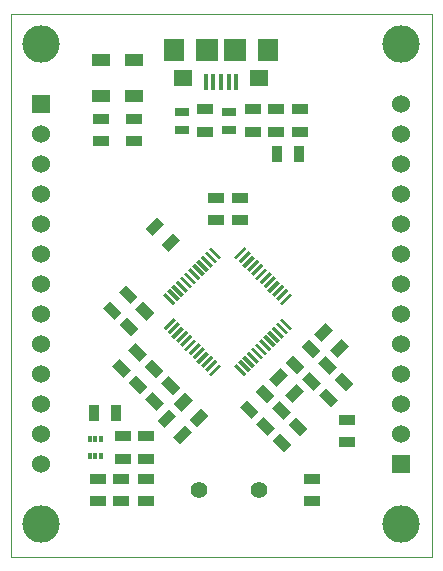
<source format=gts>
G04 (created by PCBNEW (2013-mar-13)-testing) date Wed 17 Apr 2013 01:59:25 PM EDT*
%MOIN*%
G04 Gerber Fmt 3.4, Leading zero omitted, Abs format*
%FSLAX34Y34*%
G01*
G70*
G90*
G04 APERTURE LIST*
%ADD10C,0.006*%
%ADD11C,0.00393701*%
%ADD12R,0.063X0.0551*%
%ADD13R,0.0709X0.0748*%
%ADD14R,0.0748X0.0748*%
%ADD15R,0.0157X0.0531*%
%ADD16R,0.0118X0.0217*%
%ADD17R,0.055X0.035*%
%ADD18R,0.035X0.055*%
%ADD19C,0.125*%
%ADD20R,0.0598425X0.0401575*%
%ADD21C,0.056*%
%ADD22R,0.045X0.025*%
%ADD23R,0.06X0.06*%
%ADD24C,0.06*%
G04 APERTURE END LIST*
G54D10*
G54D11*
X39370Y-39370D02*
X39370Y-57455D01*
X39370Y-57455D02*
X53385Y-57455D01*
X53385Y-39370D02*
X53385Y-57455D01*
X39370Y-39370D02*
X53385Y-39370D01*
G54D12*
X45110Y-41495D03*
G54D13*
X44795Y-40570D03*
X47945Y-40570D03*
G54D14*
X45898Y-40570D03*
X46842Y-40570D03*
G54D12*
X47630Y-41495D03*
G54D15*
X46882Y-41623D03*
X46626Y-41623D03*
X46370Y-41623D03*
X46114Y-41623D03*
X45858Y-41623D03*
G54D16*
X42378Y-54101D03*
X42181Y-54101D03*
X41984Y-54101D03*
X41984Y-53535D03*
X42181Y-53535D03*
X42378Y-53535D03*
G54D10*
G36*
X48915Y-51370D02*
X48526Y-50981D01*
X48774Y-50734D01*
X49163Y-51123D01*
X48915Y-51370D01*
X48915Y-51370D01*
G37*
G36*
X49446Y-50840D02*
X49057Y-50451D01*
X49304Y-50204D01*
X49693Y-50592D01*
X49446Y-50840D01*
X49446Y-50840D01*
G37*
G54D17*
X50566Y-52892D03*
X50566Y-53642D03*
G54D10*
G36*
X44619Y-51424D02*
X45008Y-51813D01*
X44761Y-52060D01*
X44372Y-51671D01*
X44619Y-51424D01*
X44619Y-51424D01*
G37*
G36*
X44089Y-51954D02*
X44478Y-52343D01*
X44230Y-52591D01*
X43841Y-52202D01*
X44089Y-51954D01*
X44089Y-51954D01*
G37*
G36*
X44068Y-50873D02*
X44457Y-51262D01*
X44209Y-51509D01*
X43820Y-51120D01*
X44068Y-50873D01*
X44068Y-50873D01*
G37*
G36*
X43538Y-51403D02*
X43927Y-51792D01*
X43679Y-52040D01*
X43290Y-51651D01*
X43538Y-51403D01*
X43538Y-51403D01*
G37*
G36*
X49471Y-50041D02*
X49860Y-49652D01*
X50108Y-49900D01*
X49719Y-50289D01*
X49471Y-50041D01*
X49471Y-50041D01*
G37*
G36*
X50002Y-50572D02*
X50390Y-50183D01*
X50638Y-50430D01*
X50249Y-50819D01*
X50002Y-50572D01*
X50002Y-50572D01*
G37*
G54D17*
X46984Y-46241D03*
X46984Y-45491D03*
X46196Y-46241D03*
X46196Y-45491D03*
G54D10*
G36*
X47975Y-51537D02*
X48364Y-51148D01*
X48612Y-51396D01*
X48223Y-51785D01*
X47975Y-51537D01*
X47975Y-51537D01*
G37*
G36*
X48506Y-52068D02*
X48894Y-51679D01*
X49142Y-51926D01*
X48753Y-52315D01*
X48506Y-52068D01*
X48506Y-52068D01*
G37*
G54D17*
X47417Y-43288D03*
X47417Y-42538D03*
X45842Y-43288D03*
X45842Y-42538D03*
X43047Y-55611D03*
X43047Y-54861D03*
X42259Y-55611D03*
X42259Y-54861D03*
X43086Y-54193D03*
X43086Y-53443D03*
G54D18*
X42121Y-52677D03*
X42871Y-52677D03*
G54D17*
X42377Y-42853D03*
X42377Y-43603D03*
X43480Y-42853D03*
X43480Y-43603D03*
G54D10*
G36*
X43364Y-50110D02*
X42975Y-49722D01*
X43223Y-49474D01*
X43612Y-49863D01*
X43364Y-50110D01*
X43364Y-50110D01*
G37*
G36*
X43894Y-49580D02*
X43506Y-49191D01*
X43753Y-48944D01*
X44142Y-49333D01*
X43894Y-49580D01*
X43894Y-49580D01*
G37*
G54D18*
X48973Y-44015D03*
X48223Y-44015D03*
G54D10*
G36*
X43845Y-46518D02*
X44234Y-46129D01*
X44482Y-46376D01*
X44093Y-46765D01*
X43845Y-46518D01*
X43845Y-46518D01*
G37*
G36*
X44376Y-47048D02*
X44765Y-46659D01*
X45012Y-46907D01*
X44623Y-47295D01*
X44376Y-47048D01*
X44376Y-47048D01*
G37*
G36*
X49466Y-51921D02*
X49078Y-51533D01*
X49325Y-51285D01*
X49714Y-51674D01*
X49466Y-51921D01*
X49466Y-51921D01*
G37*
G36*
X49997Y-51391D02*
X49608Y-51002D01*
X49855Y-50755D01*
X50244Y-51144D01*
X49997Y-51391D01*
X49997Y-51391D01*
G37*
G36*
X43517Y-50322D02*
X43906Y-50711D01*
X43658Y-50958D01*
X43269Y-50569D01*
X43517Y-50322D01*
X43517Y-50322D01*
G37*
G36*
X42986Y-50852D02*
X43375Y-51241D01*
X43128Y-51488D01*
X42739Y-51099D01*
X42986Y-50852D01*
X42986Y-50852D01*
G37*
G36*
X43202Y-48393D02*
X43591Y-48781D01*
X43343Y-49029D01*
X42954Y-48640D01*
X43202Y-48393D01*
X43202Y-48393D01*
G37*
G36*
X42671Y-48923D02*
X43060Y-49312D01*
X42813Y-49559D01*
X42424Y-49170D01*
X42671Y-48923D01*
X42671Y-48923D01*
G37*
G54D17*
X49385Y-55611D03*
X49385Y-54861D03*
X43874Y-55611D03*
X43874Y-54861D03*
X43874Y-54193D03*
X43874Y-53443D03*
X48204Y-42538D03*
X48204Y-43288D03*
G54D10*
G36*
X44786Y-52364D02*
X45175Y-51975D01*
X45423Y-52223D01*
X45034Y-52612D01*
X44786Y-52364D01*
X44786Y-52364D01*
G37*
G36*
X45317Y-52894D02*
X45705Y-52506D01*
X45953Y-52753D01*
X45564Y-53142D01*
X45317Y-52894D01*
X45317Y-52894D01*
G37*
G36*
X47769Y-51700D02*
X48158Y-52089D01*
X47910Y-52336D01*
X47521Y-51947D01*
X47769Y-51700D01*
X47769Y-51700D01*
G37*
G36*
X47238Y-52230D02*
X47627Y-52619D01*
X47380Y-52866D01*
X46991Y-52477D01*
X47238Y-52230D01*
X47238Y-52230D01*
G37*
G36*
X48320Y-52251D02*
X48709Y-52640D01*
X48461Y-52887D01*
X48072Y-52498D01*
X48320Y-52251D01*
X48320Y-52251D01*
G37*
G36*
X47790Y-52781D02*
X48179Y-53170D01*
X47931Y-53418D01*
X47542Y-53029D01*
X47790Y-52781D01*
X47790Y-52781D01*
G37*
G36*
X44235Y-52915D02*
X44624Y-52526D01*
X44871Y-52774D01*
X44483Y-53163D01*
X44235Y-52915D01*
X44235Y-52915D01*
G37*
G36*
X44765Y-53446D02*
X45154Y-53057D01*
X45402Y-53304D01*
X45013Y-53693D01*
X44765Y-53446D01*
X44765Y-53446D01*
G37*
G36*
X47133Y-51433D02*
X46799Y-51099D01*
X46882Y-51015D01*
X47216Y-51349D01*
X47133Y-51433D01*
X47133Y-51433D01*
G37*
G36*
X47272Y-51293D02*
X46938Y-50959D01*
X47022Y-50876D01*
X47356Y-51210D01*
X47272Y-51293D01*
X47272Y-51293D01*
G37*
G36*
X47411Y-51154D02*
X47077Y-50820D01*
X47161Y-50737D01*
X47495Y-51071D01*
X47411Y-51154D01*
X47411Y-51154D01*
G37*
G36*
X47550Y-51015D02*
X47216Y-50681D01*
X47300Y-50597D01*
X47634Y-50932D01*
X47550Y-51015D01*
X47550Y-51015D01*
G37*
G36*
X47690Y-50876D02*
X47356Y-50542D01*
X47439Y-50458D01*
X47773Y-50792D01*
X47690Y-50876D01*
X47690Y-50876D01*
G37*
G36*
X47829Y-50737D02*
X47495Y-50403D01*
X47578Y-50319D01*
X47912Y-50653D01*
X47829Y-50737D01*
X47829Y-50737D01*
G37*
G36*
X47968Y-50597D02*
X47634Y-50263D01*
X47718Y-50180D01*
X48052Y-50514D01*
X47968Y-50597D01*
X47968Y-50597D01*
G37*
G36*
X48107Y-50458D02*
X47773Y-50124D01*
X47857Y-50041D01*
X48191Y-50375D01*
X48107Y-50458D01*
X48107Y-50458D01*
G37*
G36*
X48246Y-50319D02*
X47912Y-49985D01*
X47996Y-49901D01*
X48330Y-50236D01*
X48246Y-50319D01*
X48246Y-50319D01*
G37*
G36*
X48386Y-50180D02*
X48052Y-49846D01*
X48135Y-49762D01*
X48469Y-50096D01*
X48386Y-50180D01*
X48386Y-50180D01*
G37*
G36*
X48525Y-50041D02*
X48191Y-49707D01*
X48274Y-49623D01*
X48608Y-49957D01*
X48525Y-50041D01*
X48525Y-50041D01*
G37*
G36*
X48664Y-49901D02*
X48330Y-49567D01*
X48413Y-49484D01*
X48748Y-49818D01*
X48664Y-49901D01*
X48664Y-49901D01*
G37*
G36*
X48413Y-49066D02*
X48330Y-48983D01*
X48664Y-48649D01*
X48748Y-48732D01*
X48413Y-49066D01*
X48413Y-49066D01*
G37*
G36*
X48274Y-48927D02*
X48191Y-48844D01*
X48525Y-48510D01*
X48608Y-48593D01*
X48274Y-48927D01*
X48274Y-48927D01*
G37*
G36*
X48135Y-48788D02*
X48052Y-48704D01*
X48386Y-48370D01*
X48469Y-48454D01*
X48135Y-48788D01*
X48135Y-48788D01*
G37*
G36*
X47996Y-48649D02*
X47912Y-48565D01*
X48246Y-48231D01*
X48330Y-48315D01*
X47996Y-48649D01*
X47996Y-48649D01*
G37*
G36*
X47857Y-48510D02*
X47773Y-48426D01*
X48107Y-48092D01*
X48191Y-48175D01*
X47857Y-48510D01*
X47857Y-48510D01*
G37*
G36*
X47718Y-48370D02*
X47634Y-48287D01*
X47968Y-47953D01*
X48052Y-48036D01*
X47718Y-48370D01*
X47718Y-48370D01*
G37*
G36*
X47578Y-48231D02*
X47495Y-48148D01*
X47829Y-47814D01*
X47912Y-47897D01*
X47578Y-48231D01*
X47578Y-48231D01*
G37*
G36*
X47439Y-48092D02*
X47356Y-48008D01*
X47690Y-47674D01*
X47773Y-47758D01*
X47439Y-48092D01*
X47439Y-48092D01*
G37*
G36*
X47300Y-47953D02*
X47216Y-47869D01*
X47550Y-47535D01*
X47634Y-47619D01*
X47300Y-47953D01*
X47300Y-47953D01*
G37*
G36*
X47161Y-47814D02*
X47077Y-47730D01*
X47411Y-47396D01*
X47495Y-47479D01*
X47161Y-47814D01*
X47161Y-47814D01*
G37*
G36*
X47022Y-47674D02*
X46938Y-47591D01*
X47272Y-47257D01*
X47356Y-47340D01*
X47022Y-47674D01*
X47022Y-47674D01*
G37*
G36*
X46882Y-47535D02*
X46799Y-47452D01*
X47133Y-47118D01*
X47216Y-47201D01*
X46882Y-47535D01*
X46882Y-47535D01*
G37*
G36*
X46298Y-47535D02*
X45964Y-47201D01*
X46047Y-47118D01*
X46381Y-47452D01*
X46298Y-47535D01*
X46298Y-47535D01*
G37*
G36*
X46159Y-47674D02*
X45824Y-47340D01*
X45908Y-47257D01*
X46242Y-47591D01*
X46159Y-47674D01*
X46159Y-47674D01*
G37*
G36*
X46019Y-47814D02*
X45685Y-47479D01*
X45769Y-47396D01*
X46103Y-47730D01*
X46019Y-47814D01*
X46019Y-47814D01*
G37*
G36*
X45880Y-47953D02*
X45546Y-47619D01*
X45630Y-47535D01*
X45964Y-47869D01*
X45880Y-47953D01*
X45880Y-47953D01*
G37*
G36*
X45741Y-48092D02*
X45407Y-47758D01*
X45490Y-47674D01*
X45824Y-48008D01*
X45741Y-48092D01*
X45741Y-48092D01*
G37*
G36*
X45602Y-48231D02*
X45268Y-47897D01*
X45351Y-47814D01*
X45685Y-48148D01*
X45602Y-48231D01*
X45602Y-48231D01*
G37*
G36*
X45463Y-48370D02*
X45129Y-48036D01*
X45212Y-47953D01*
X45546Y-48287D01*
X45463Y-48370D01*
X45463Y-48370D01*
G37*
G36*
X45323Y-48510D02*
X44989Y-48175D01*
X45073Y-48092D01*
X45407Y-48426D01*
X45323Y-48510D01*
X45323Y-48510D01*
G37*
G36*
X45184Y-48649D02*
X44850Y-48315D01*
X44934Y-48231D01*
X45268Y-48565D01*
X45184Y-48649D01*
X45184Y-48649D01*
G37*
G36*
X45045Y-48788D02*
X44711Y-48454D01*
X44794Y-48370D01*
X45129Y-48704D01*
X45045Y-48788D01*
X45045Y-48788D01*
G37*
G36*
X44906Y-48927D02*
X44572Y-48593D01*
X44655Y-48510D01*
X44989Y-48844D01*
X44906Y-48927D01*
X44906Y-48927D01*
G37*
G36*
X44767Y-49066D02*
X44433Y-48732D01*
X44516Y-48649D01*
X44850Y-48983D01*
X44767Y-49066D01*
X44767Y-49066D01*
G37*
G36*
X44516Y-49901D02*
X44433Y-49818D01*
X44767Y-49484D01*
X44850Y-49567D01*
X44516Y-49901D01*
X44516Y-49901D01*
G37*
G36*
X44655Y-50041D02*
X44572Y-49957D01*
X44906Y-49623D01*
X44989Y-49707D01*
X44655Y-50041D01*
X44655Y-50041D01*
G37*
G36*
X44794Y-50180D02*
X44711Y-50096D01*
X45045Y-49762D01*
X45129Y-49846D01*
X44794Y-50180D01*
X44794Y-50180D01*
G37*
G36*
X44934Y-50319D02*
X44850Y-50236D01*
X45184Y-49901D01*
X45268Y-49985D01*
X44934Y-50319D01*
X44934Y-50319D01*
G37*
G36*
X45073Y-50458D02*
X44989Y-50375D01*
X45323Y-50041D01*
X45407Y-50124D01*
X45073Y-50458D01*
X45073Y-50458D01*
G37*
G36*
X45212Y-50597D02*
X45129Y-50514D01*
X45463Y-50180D01*
X45546Y-50263D01*
X45212Y-50597D01*
X45212Y-50597D01*
G37*
G36*
X45351Y-50737D02*
X45268Y-50653D01*
X45602Y-50319D01*
X45685Y-50403D01*
X45351Y-50737D01*
X45351Y-50737D01*
G37*
G36*
X45490Y-50876D02*
X45407Y-50792D01*
X45741Y-50458D01*
X45824Y-50542D01*
X45490Y-50876D01*
X45490Y-50876D01*
G37*
G36*
X45630Y-51015D02*
X45546Y-50932D01*
X45880Y-50597D01*
X45964Y-50681D01*
X45630Y-51015D01*
X45630Y-51015D01*
G37*
G36*
X45769Y-51154D02*
X45685Y-51071D01*
X46019Y-50737D01*
X46103Y-50820D01*
X45769Y-51154D01*
X45769Y-51154D01*
G37*
G36*
X45908Y-51293D02*
X45824Y-51210D01*
X46159Y-50876D01*
X46242Y-50959D01*
X45908Y-51293D01*
X45908Y-51293D01*
G37*
G36*
X46047Y-51433D02*
X45964Y-51349D01*
X46298Y-51015D01*
X46381Y-51099D01*
X46047Y-51433D01*
X46047Y-51433D01*
G37*
G54D19*
X52370Y-40370D03*
X40370Y-56370D03*
X40370Y-40370D03*
X52370Y-56370D03*
G54D20*
X43480Y-42096D03*
X43480Y-40895D03*
X42377Y-42096D03*
X42377Y-40895D03*
G54D21*
X47629Y-55236D03*
X45629Y-55236D03*
G54D17*
X48992Y-42538D03*
X48992Y-43288D03*
G54D10*
G36*
X48482Y-53969D02*
X48093Y-53580D01*
X48341Y-53332D01*
X48730Y-53721D01*
X48482Y-53969D01*
X48482Y-53969D01*
G37*
G36*
X49013Y-53438D02*
X48624Y-53049D01*
X48871Y-52802D01*
X49260Y-53191D01*
X49013Y-53438D01*
X49013Y-53438D01*
G37*
G36*
X50407Y-51306D02*
X50795Y-51695D01*
X50548Y-51942D01*
X50159Y-51553D01*
X50407Y-51306D01*
X50407Y-51306D01*
G37*
G36*
X49876Y-51836D02*
X50265Y-52225D01*
X50018Y-52473D01*
X49629Y-52084D01*
X49876Y-51836D01*
X49876Y-51836D01*
G37*
G54D22*
X46629Y-42613D03*
X46629Y-43213D03*
X45055Y-42613D03*
X45055Y-43213D03*
G54D23*
X40370Y-42370D03*
G54D24*
X40370Y-43370D03*
X40370Y-44370D03*
X40370Y-45370D03*
X40370Y-46370D03*
X40370Y-47370D03*
X40370Y-48370D03*
X40370Y-49370D03*
X40370Y-50370D03*
X40370Y-51370D03*
X40370Y-52370D03*
X40370Y-53370D03*
X40370Y-54370D03*
G54D23*
X52370Y-54370D03*
G54D24*
X52370Y-53370D03*
X52370Y-52370D03*
X52370Y-51370D03*
X52370Y-50370D03*
X52370Y-49370D03*
X52370Y-48370D03*
X52370Y-47370D03*
X52370Y-46370D03*
X52370Y-45370D03*
X52370Y-44370D03*
X52370Y-43370D03*
X52370Y-42370D03*
M02*

</source>
